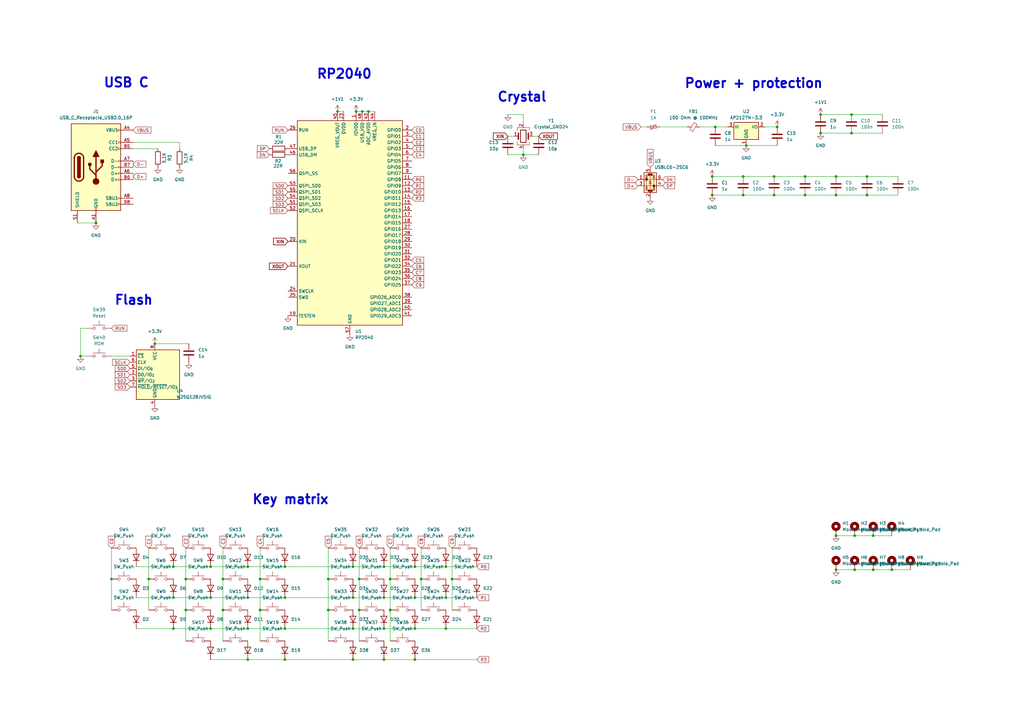
<source format=kicad_sch>
(kicad_sch (version 20250114) (generator "eeschema") (generator_version "9.0")
  (paper "A3")
  (text "Key matrix" (at 119.126 204.978 0) (effects (font (size 3.81 3.81) (thickness 0.762) (bold yes))))
  (text "Power + protection" (at 309.118 34.29 0) (effects (font (size 3.81 3.81) (thickness 0.762) (bold yes))))
  (text "RP2040" (at 141.224 30.48 0) (effects (font (size 3.81 3.81) (thickness 0.762) (bold yes))))
  (text "USB C" (at 51.816 34.036 0) (effects (font (size 3.81 3.81) (thickness 0.762) (bold yes))))
  (text "Flash" (at 54.864 123.19 0) (effects (font (size 3.81 3.81) (thickness 0.762) (bold yes))))
  (text "Crystal" (at 214.122 39.878 0) (effects (font (size 3.81 3.81) (thickness 0.762) (bold yes))))
  (junction (at 76.2 237.49))
  (junction (at 101.6 270.51))
  (junction (at 170.18 270.51))
  (junction (at 182.88 232.41))
  (junction (at 292.1 72.39))
  (junction (at 134.62 250.19))
  (junction (at 106.68 237.49))
  (junction (at 144.78 270.51))
  (junction (at 147.32 250.19))
  (junction (at 342.9 72.39))
  (junction (at 160.02 250.19))
  (junction (at 355.6 80.01))
  (junction (at 147.32 237.49))
  (junction (at 91.44 237.49))
  (junction (at 185.42 237.49))
  (junction (at 330.2 80.01))
  (junction (at 317.5 80.01))
  (junction (at 336.55 54.61))
  (junction (at 71.12 245.11))
  (junction (at 182.88 257.81))
  (junction (at 71.12 232.41))
  (junction (at 349.25 54.61))
  (junction (at 91.44 250.19))
  (junction (at 182.88 245.11))
  (junction (at 365.76 233.68))
  (junction (at 342.9 219.71))
  (junction (at 349.25 46.99))
  (junction (at 63.5 140.97))
  (junction (at 170.18 257.81))
  (junction (at 306.07 59.69))
  (junction (at 116.84 257.81))
  (junction (at 336.55 46.99))
  (junction (at 148.59 45.72))
  (junction (at 144.78 232.41))
  (junction (at 350.52 219.71))
  (junction (at 157.48 270.51))
  (junction (at 138.43 45.72))
  (junction (at 170.18 245.11))
  (junction (at 350.52 233.68))
  (junction (at 71.12 257.81))
  (junction (at 304.8 72.39))
  (junction (at 318.77 52.07))
  (junction (at 101.6 232.41))
  (junction (at 157.48 232.41))
  (junction (at 146.05 45.72))
  (junction (at 134.62 237.49))
  (junction (at 358.14 233.68))
  (junction (at 330.2 72.39))
  (junction (at 157.48 257.81))
  (junction (at 358.14 219.71))
  (junction (at 144.78 257.81))
  (junction (at 60.96 237.49))
  (junction (at 116.84 270.51))
  (junction (at 172.72 237.49))
  (junction (at 86.36 257.81))
  (junction (at 342.9 80.01))
  (junction (at 293.37 52.07))
  (junction (at 101.6 245.11))
  (junction (at 355.6 72.39))
  (junction (at 160.02 237.49))
  (junction (at 116.84 232.41))
  (junction (at 157.48 245.11))
  (junction (at 106.68 250.19))
  (junction (at 214.63 63.5))
  (junction (at 39.37 91.44))
  (junction (at 45.72 237.49))
  (junction (at 33.02 146.05))
  (junction (at 292.1 80.01))
  (junction (at 86.36 232.41))
  (junction (at 101.6 257.81))
  (junction (at 144.78 245.11))
  (junction (at 170.18 232.41))
  (junction (at 151.13 45.72))
  (junction (at 342.9 233.68))
  (junction (at 86.36 245.11))
  (junction (at 116.84 245.11))
  (junction (at 76.2 250.19))
  (junction (at 317.5 72.39))
  (junction (at 304.8 80.01))
  (wire (pts (xy 265.43 52.07) (xy 262.89 52.07)))
  (wire (pts (xy 182.88 245.11) (xy 195.58 245.11)))
  (wire (pts (xy 76.2 237.49) (xy 76.2 250.19)))
  (wire (pts (xy 144.78 232.41) (xy 157.48 232.41)))
  (wire (pts (xy 91.44 237.49) (xy 91.44 250.19)))
  (wire (pts (xy 342.9 219.71) (xy 350.52 219.71)))
  (wire (pts (xy 116.84 245.11) (xy 144.78 245.11)))
  (wire (pts (xy 336.55 46.99) (xy 349.25 46.99)))
  (wire (pts (xy 270.51 52.07) (xy 281.94 52.07)))
  (wire (pts (xy 148.59 45.72) (xy 151.13 45.72)))
  (wire (pts (xy 214.63 63.5) (xy 220.98 63.5)))
  (wire (pts (xy 350.52 233.68) (xy 358.14 233.68)))
  (wire (pts (xy 292.1 80.01) (xy 304.8 80.01)))
  (wire (pts (xy 76.2 224.79) (xy 76.2 237.49)))
  (wire (pts (xy 350.52 219.71) (xy 358.14 219.71)))
  (wire (pts (xy 304.8 80.01) (xy 317.5 80.01)))
  (wire (pts (xy 86.36 245.11) (xy 101.6 245.11)))
  (wire (pts (xy 55.88 245.11) (xy 71.12 245.11)))
  (wire (pts (xy 214.63 46.99) (xy 214.63 50.8)))
  (wire (pts (xy 134.62 224.79) (xy 134.62 237.49)))
  (wire (pts (xy 116.84 270.51) (xy 144.78 270.51)))
  (wire (pts (xy 172.72 237.49) (xy 172.72 250.19)))
  (wire (pts (xy 76.2 250.19) (xy 76.2 262.89)))
  (wire (pts (xy 91.44 224.79) (xy 91.44 237.49)))
  (wire (pts (xy 214.63 60.96) (xy 214.63 63.5)))
  (wire (pts (xy 293.37 52.07) (xy 298.45 52.07)))
  (wire (pts (xy 342.9 233.68) (xy 350.52 233.68)))
  (wire (pts (xy 101.6 257.81) (xy 116.84 257.81)))
  (wire (pts (xy 106.68 237.49) (xy 106.68 250.19)))
  (wire (pts (xy 147.32 250.19) (xy 147.32 262.89)))
  (wire (pts (xy 208.28 55.88) (xy 210.82 55.88)))
  (wire (pts (xy 293.37 59.69) (xy 306.07 59.69)))
  (wire (pts (xy 144.78 245.11) (xy 157.48 245.11)))
  (wire (pts (xy 151.13 45.72) (xy 153.67 45.72)))
  (wire (pts (xy 73.66 58.42) (xy 73.66 60.96)))
  (wire (pts (xy 330.2 80.01) (xy 342.9 80.01)))
  (wire (pts (xy 144.78 270.51) (xy 157.48 270.51)))
  (wire (pts (xy 86.36 257.81) (xy 101.6 257.81)))
  (wire (pts (xy 355.6 80.01) (xy 368.3 80.01)))
  (wire (pts (xy 317.5 72.39) (xy 330.2 72.39)))
  (wire (pts (xy 134.62 250.19) (xy 134.62 262.89)))
  (wire (pts (xy 45.72 146.05) (xy 53.34 146.05)))
  (wire (pts (xy 63.5 140.97) (xy 77.47 140.97)))
  (wire (pts (xy 146.05 45.72) (xy 148.59 45.72)))
  (wire (pts (xy 106.68 250.19) (xy 106.68 262.89)))
  (wire (pts (xy 55.88 232.41) (xy 71.12 232.41)))
  (wire (pts (xy 349.25 54.61) (xy 361.95 54.61)))
  (wire (pts (xy 304.8 72.39) (xy 317.5 72.39)))
  (wire (pts (xy 157.48 257.81) (xy 170.18 257.81)))
  (wire (pts (xy 71.12 245.11) (xy 86.36 245.11)))
  (wire (pts (xy 160.02 224.79) (xy 160.02 237.49)))
  (wire (pts (xy 355.6 72.39) (xy 368.3 72.39)))
  (wire (pts (xy 306.07 59.69) (xy 318.77 59.69)))
  (wire (pts (xy 208.28 63.5) (xy 214.63 63.5)))
  (wire (pts (xy 147.32 224.79) (xy 147.32 237.49)))
  (wire (pts (xy 91.44 250.19) (xy 91.44 262.89)))
  (wire (pts (xy 172.72 224.79) (xy 172.72 237.49)))
  (wire (pts (xy 54.61 60.96) (xy 64.77 60.96)))
  (wire (pts (xy 33.02 146.05) (xy 35.56 146.05)))
  (wire (pts (xy 101.6 245.11) (xy 116.84 245.11)))
  (wire (pts (xy 147.32 237.49) (xy 147.32 250.19)))
  (wire (pts (xy 101.6 270.51) (xy 116.84 270.51)))
  (wire (pts (xy 358.14 219.71) (xy 365.76 219.71)))
  (wire (pts (xy 208.28 46.99) (xy 214.63 46.99)))
  (wire (pts (xy 35.56 134.62) (xy 33.02 134.62)))
  (wire (pts (xy 287.02 52.07) (xy 293.37 52.07)))
  (wire (pts (xy 313.69 52.07) (xy 318.77 52.07)))
  (wire (pts (xy 54.61 58.42) (xy 73.66 58.42)))
  (wire (pts (xy 60.96 224.79) (xy 60.96 237.49)))
  (wire (pts (xy 45.72 224.79) (xy 45.72 237.49)))
  (wire (pts (xy 182.88 257.81) (xy 195.58 257.81)))
  (wire (pts (xy 170.18 270.51) (xy 195.58 270.51)))
  (wire (pts (xy 342.9 80.01) (xy 355.6 80.01)))
  (wire (pts (xy 60.96 237.49) (xy 60.96 250.19)))
  (wire (pts (xy 336.55 54.61) (xy 349.25 54.61)))
  (wire (pts (xy 182.88 232.41) (xy 195.58 232.41)))
  (wire (pts (xy 185.42 237.49) (xy 185.42 250.19)))
  (wire (pts (xy 33.02 134.62) (xy 33.02 146.05)))
  (wire (pts (xy 349.25 46.99) (xy 361.95 46.99)))
  (wire (pts (xy 218.44 55.88) (xy 220.98 55.88)))
  (wire (pts (xy 71.12 257.81) (xy 86.36 257.81)))
  (wire (pts (xy 54.61 71.12) (xy 54.61 73.66)))
  (wire (pts (xy 71.12 232.41) (xy 86.36 232.41)))
  (wire (pts (xy 185.42 224.79) (xy 185.42 237.49)))
  (wire (pts (xy 170.18 232.41) (xy 182.88 232.41)))
  (wire (pts (xy 160.02 237.49) (xy 160.02 250.19)))
  (wire (pts (xy 160.02 250.19) (xy 160.02 262.89)))
  (wire (pts (xy 138.43 45.72) (xy 140.97 45.72)))
  (wire (pts (xy 106.68 224.79) (xy 106.68 237.49)))
  (wire (pts (xy 358.14 233.68) (xy 365.76 233.68)))
  (wire (pts (xy 45.72 237.49) (xy 45.72 250.19)))
  (wire (pts (xy 292.1 72.39) (xy 304.8 72.39)))
  (wire (pts (xy 101.6 232.41) (xy 116.84 232.41)))
  (wire (pts (xy 157.48 232.41) (xy 170.18 232.41)))
  (wire (pts (xy 157.48 270.51) (xy 170.18 270.51)))
  (wire (pts (xy 330.2 72.39) (xy 342.9 72.39)))
  (wire (pts (xy 365.76 233.68) (xy 373.38 233.68)))
  (wire (pts (xy 157.48 245.11) (xy 170.18 245.11)))
  (wire (pts (xy 116.84 257.81) (xy 144.78 257.81)))
  (wire (pts (xy 86.36 232.41) (xy 101.6 232.41)))
  (wire (pts (xy 55.88 257.81) (xy 71.12 257.81)))
  (wire (pts (xy 317.5 80.01) (xy 330.2 80.01)))
  (wire (pts (xy 31.75 91.44) (xy 39.37 91.44)))
  (wire (pts (xy 134.62 237.49) (xy 134.62 250.19)))
  (wire (pts (xy 86.36 270.51) (xy 101.6 270.51)))
  (wire (pts (xy 342.9 72.39) (xy 355.6 72.39)))
  (wire (pts (xy 54.61 66.04) (xy 54.61 68.58)))
  (wire (pts (xy 170.18 245.11) (xy 182.88 245.11)))
  (wire (pts (xy 116.84 232.41) (xy 144.78 232.41)))
  (wire (pts (xy 170.18 257.81) (xy 182.88 257.81)))
  (wire (pts (xy 144.78 257.81) (xy 157.48 257.81)))
  (global_label "D+" (shape input) (at 261.62 76.2 180) (property "Intersheetrefs" "${INTERSHEET_REFS}" (effects (hide yes))))
  (global_label "C3" (shape input) (at 168.91 60.96 0) (property "Intersheetrefs" "${INTERSHEET_REFS}" (effects (hide yes))))
  (global_label "D+" (shape input) (at 54.61 72.39 0) (property "Intersheetrefs" "${INTERSHEET_REFS}" (effects (hide yes))))
  (global_label "VBUS" (shape input) (at 262.89 52.07 180) (property "Intersheetrefs" "${INTERSHEET_REFS}" (effects (hide yes))))
  (global_label "RUN" (shape input) (at 45.72 134.62 0) (property "Intersheetrefs" "${INTERSHEET_REFS}" (effects (hide yes))))
  (global_label "C1" (shape input) (at 60.96 224.79 90) (property "Intersheetrefs" "${INTERSHEET_REFS}" (effects (hide yes))))
  (global_label "C2" (shape input) (at 76.2 224.79 90) (property "Intersheetrefs" "${INTERSHEET_REFS}" (effects (hide yes))))
  (global_label "C0" (shape input) (at 45.72 224.79 90) (property "Intersheetrefs" "${INTERSHEET_REFS}" (effects (hide yes))))
  (global_label "C4" (shape input) (at 168.91 63.5 0) (property "Intersheetrefs" "${INTERSHEET_REFS}" (effects (hide yes))))
  (global_label "C5" (shape input) (at 134.62 224.79 90) (property "Intersheetrefs" "${INTERSHEET_REFS}" (effects (hide yes))))
  (global_label "R3" (shape input) (at 168.91 81.28 0) (property "Intersheetrefs" "${INTERSHEET_REFS}" (effects (hide yes))))
  (global_label "RUN" (shape input) (at 118.11 53.34 180) (property "Intersheetrefs" "${INTERSHEET_REFS}" (effects (hide yes))))
  (global_label "DN" (shape input) (at 271.78 73.66 0) (property "Intersheetrefs" "${INTERSHEET_REFS}" (effects (hide yes))))
  (global_label "C2" (shape input) (at 168.91 58.42 0) (property "Intersheetrefs" "${INTERSHEET_REFS}" (effects (hide yes))))
  (global_label "C6" (shape input) (at 168.91 109.22 0) (property "Intersheetrefs" "${INTERSHEET_REFS}" (effects (hide yes))))
  (global_label "C9" (shape input) (at 185.42 224.79 90) (property "Intersheetrefs" "${INTERSHEET_REFS}" (effects (hide yes))))
  (global_label "C0" (shape input) (at 168.91 53.34 0) (property "Intersheetrefs" "${INTERSHEET_REFS}" (effects (hide yes))))
  (global_label "R2" (shape input) (at 195.58 257.81 0) (property "Intersheetrefs" "${INTERSHEET_REFS}" (effects (hide yes))))
  (global_label "C7" (shape input) (at 160.02 224.79 90) (property "Intersheetrefs" "${INTERSHEET_REFS}" (effects (hide yes))))
  (global_label "DN" (shape input) (at 110.49 63.5 180) (property "Intersheetrefs" "${INTERSHEET_REFS}" (effects (hide yes))))
  (global_label "C3" (shape input) (at 91.44 224.79 90) (property "Intersheetrefs" "${INTERSHEET_REFS}" (effects (hide yes))))
  (global_label "C4" (shape input) (at 106.68 224.79 90) (property "Intersheetrefs" "${INTERSHEET_REFS}" (effects (hide yes))))
  (global_label "D-" (shape input) (at 261.62 73.66 180) (property "Intersheetrefs" "${INTERSHEET_REFS}" (effects (hide yes))))
  (global_label "SCLK" (shape input) (at 118.11 86.36 180) (property "Intersheetrefs" "${INTERSHEET_REFS}" (effects (hide yes))))
  (global_label "VBUS" (shape input) (at 54.61 53.34 0) (property "Intersheetrefs" "${INTERSHEET_REFS}" (effects (hide yes))))
  (global_label "SD0" (shape input) (at 118.11 76.2 180) (property "Intersheetrefs" "${INTERSHEET_REFS}" (effects (hide yes))))
  (global_label "C8" (shape input) (at 168.91 114.3 0) (property "Intersheetrefs" "${INTERSHEET_REFS}" (effects (hide yes))))
  (global_label "C7" (shape input) (at 168.91 111.76 0) (property "Intersheetrefs" "${INTERSHEET_REFS}" (effects (hide yes))))
  (global_label "SD1" (shape input) (at 118.11 78.74 180) (property "Intersheetrefs" "${INTERSHEET_REFS}" (effects (hide yes))))
  (global_label "R0" (shape input) (at 168.91 73.66 0) (property "Intersheetrefs" "${INTERSHEET_REFS}" (effects (hide yes))))
  (global_label "C6" (shape input) (at 147.32 224.79 90) (property "Intersheetrefs" "${INTERSHEET_REFS}" (effects (hide yes))))
  (global_label "SD3" (shape input) (at 53.34 158.75 180) (property "Intersheetrefs" "${INTERSHEET_REFS}" (effects (hide yes))))
  (global_label "R1" (shape input) (at 168.91 76.2 0) (property "Intersheetrefs" "${INTERSHEET_REFS}" (effects (hide yes))))
  (global_label "C8" (shape input) (at 172.72 224.79 90) (property "Intersheetrefs" "${INTERSHEET_REFS}" (effects (hide yes))))
  (global_label "DP" (shape input) (at 271.78 76.2 0) (property "Intersheetrefs" "${INTERSHEET_REFS}" (effects (hide yes))))
  (global_label "SD2" (shape input) (at 53.34 156.21 180) (property "Intersheetrefs" "${INTERSHEET_REFS}" (effects (hide yes))))
  (global_label "C5" (shape input) (at 168.91 106.68 0) (property "Intersheetrefs" "${INTERSHEET_REFS}" (effects (hide yes))))
  (global_label "C1" (shape input) (at 168.91 55.88 0) (property "Intersheetrefs" "${INTERSHEET_REFS}" (effects (hide yes))))
  (global_label "VBUS" (shape input) (at 266.7 68.58 90) (property "Intersheetrefs" "${INTERSHEET_REFS}" (effects (hide yes))))
  (global_label "SD0" (shape input) (at 53.34 151.13 180) (property "Intersheetrefs" "${INTERSHEET_REFS}" (effects (hide yes))))
  (global_label "D-" (shape input) (at 54.61 67.31 0) (property "Intersheetrefs" "${INTERSHEET_REFS}" (effects (hide yes))))
  (global_label "R0" (shape input) (at 195.58 232.41 0) (property "Intersheetrefs" "${INTERSHEET_REFS}" (effects (hide yes))))
  (global_label "SCLK" (shape input) (at 53.34 148.59 180) (property "Intersheetrefs" "${INTERSHEET_REFS}" (effects (hide yes))))
  (global_label "XOUT" (shape input) (at 220.98 55.88 0) (effects (font (thickness 0.254) (bold yes))) (property "Intersheetrefs" "${INTERSHEET_REFS}" (effects (hide yes))))
  (global_label "R2" (shape input) (at 168.91 78.74 0) (property "Intersheetrefs" "${INTERSHEET_REFS}" (effects (hide yes))))
  (global_label "XIN" (shape input) (at 118.11 99.06 180) (effects (font (thickness 0.254) (bold yes))) (property "Intersheetrefs" "${INTERSHEET_REFS}" (effects (hide yes))))
  (global_label "XOUT" (shape input) (at 118.11 109.22 180) (effects (font (thickness 0.254) (bold yes))) (property "Intersheetrefs" "${INTERSHEET_REFS}" (effects (hide yes))))
  (global_label "C9" (shape input) (at 168.91 116.84 0) (property "Intersheetrefs" "${INTERSHEET_REFS}" (effects (hide yes))))
  (global_label "R1" (shape input) (at 195.58 245.11 0) (property "Intersheetrefs" "${INTERSHEET_REFS}" (effects (hide yes))))
  (global_label "DP" (shape input) (at 110.49 60.96 180) (property "Intersheetrefs" "${INTERSHEET_REFS}" (effects (hide yes))))
  (global_label "XIN" (shape input) (at 208.28 55.88 180) (effects (font (thickness 0.254) (bold yes))) (property "Intersheetrefs" "${INTERSHEET_REFS}" (effects (hide yes))))
  (global_label "SD2" (shape input) (at 118.11 81.28 180) (property "Intersheetrefs" "${INTERSHEET_REFS}" (effects (hide yes))))
  (global_label "SD1" (shape input) (at 53.34 153.67 180) (property "Intersheetrefs" "${INTERSHEET_REFS}" (effects (hide yes))))
  (global_label "R3" (shape input) (at 195.58 270.51 0) (property "Intersheetrefs" "${INTERSHEET_REFS}" (effects (hide yes))))
  (global_label "SD3" (shape input) (at 118.11 83.82 180) (property "Intersheetrefs" "${INTERSHEET_REFS}" (effects (hide yes))))
  (symbol (lib_id "power:+1V1") (at 138.43 45.72 0) (unit 1)
    (property "Reference" "#PWR03" (effects (hide yes)))
    (property "Value" "+1V1" (at 138.43 40.64 0))
    (property "Description" "Power symbol creates a global label with name \"+1V1\"" (effects (hide yes)))
  )
  (symbol (lib_id "Switch:SW_Push") (at 50.8 250.19 0) (unit 1)
    (property "Reference" "SW2" (at 50.8 242.57 0))
    (property "Value" "SW_Push" (at 50.8 245.11 0))
    (property "Description" "Push button switch, generic, two pins" (effects (hide yes)))
  )
  (symbol (lib_id "Switch:SW_Push") (at 111.76 262.89 0) (unit 1)
    (property "Reference" "SW19" (at 111.76 255.27 0))
    (property "Value" "SW_Push" (at 111.76 257.81 0))
    (property "Description" "Push button switch, generic, two pins" (effects (hide yes)))
  )
  (symbol (lib_id "Switch:SW_Push") (at 152.4 262.89 0) (unit 1)
    (property "Reference" "SW37" (at 152.4 255.27 0))
    (property "Value" "SW_Push" (at 152.4 257.81 0))
    (property "Description" "Push button switch, generic, two pins" (effects (hide yes)))
  )
  (symbol (lib_id "Device:C") (at 292.1 76.2 0) (unit 1)
    (property "Reference" "C1" (at 295.91 74.9299 0) (effects (justify left)))
    (property "Value" "1u" (at 295.91 77.4699 0) (effects (justify left)))
    (property "Footprint" "Capacitor_SMD:C_0603_1608Metric" (effects (hide yes)))
    (property "Description" "Unpolarized capacitor" (effects (hide yes)))
    (property "LCSC" "C1592" (effects (hide yes)))
  )
  (symbol (lib_id "Diode:LL4148") (at 86.36 241.3 90) (unit 1)
    (property "Reference" "D9" (at 88.9 241.2999 90) (effects (justify right)))
    (property "Value" "D_Small_Filled" (effects (hide yes)))
    (property "Footprint" "Diode_SMD:D_MiniMELF" (effects (hide yes)))
    (property "Datasheet" "http://www.vishay.com/docs/85557/ll4148.pdf" (effects (hide yes)))
    (property "Description" "100V 0.15A standard switching diode, MiniMELF" (effects (hide yes)))
    (property "Sim.Device" "D" (effects (hide yes)))
    (property "Sim.Pins" "1=K 2=A" (effects (hide yes)))
    (property "LCSC" "C68883" (effects (hide yes)))
  )
  (symbol (lib_id "Device:C") (at 361.95 50.8 0) (unit 1)
    (property "Reference" "C11" (at 365.76 49.5299 0) (effects (justify left)))
    (property "Value" "100n" (at 365.76 52.0699 0) (effects (justify left)))
    (property "Footprint" "Capacitor_SMD:C_0603_1608Metric" (effects (hide yes)))
    (property "Description" "Unpolarized capacitor" (effects (hide yes)))
    (property "LCSC" "C1590" (effects (hide yes)))
  )
  (symbol (lib_id "Switch:SW_Push") (at 40.64 134.62 0) (unit 1)
    (property "Reference" "SW39" (at 40.64 127 0))
    (property "Value" "Reset" (at 40.64 129.54 0))
    (property "Footprint" "Button_Switch_SMD:SW_SPST_TL3342" (effects (hide yes)))
    (property "Description" "Push button switch, generic, two pins" (effects (hide yes)))
  )
  (symbol (lib_id "Diode:LL4148") (at 170.18 254 90) (unit 1)
    (property "Reference" "D27" (at 172.72 253.9999 90) (effects (justify right)))
    (property "Value" "D_Small_Filled" (effects (hide yes)))
    (property "Footprint" "Diode_SMD:D_MiniMELF" (effects (hide yes)))
    (property "Datasheet" "http://www.vishay.com/docs/85557/ll4148.pdf" (effects (hide yes)))
    (property "Description" "100V 0.15A standard switching diode, MiniMELF" (effects (hide yes)))
    (property "Sim.Device" "D" (effects (hide yes)))
    (property "Sim.Pins" "1=K 2=A" (effects (hide yes)))
    (property "LCSC" "C68883" (effects (hide yes)))
  )
  (symbol (lib_id "power:GND") (at 342.9 219.71 0) (unit 1)
    (property "Reference" "#PWR021" (effects (hide yes)))
    (property "Value" "GND" (at 342.9 224.79 0))
    (property "Description" "Power symbol creates a global label with name \"GND\" , ground" (effects (hide yes)))
  )
  (symbol (lib_id "power:GND") (at 342.9 233.68 0) (unit 1)
    (property "Reference" "#PWR022" (effects (hide yes)))
    (property "Value" "GND" (at 342.9 238.76 0))
    (property "Description" "Power symbol creates a global label with name \"GND\" , ground" (effects (hide yes)))
  )
  (symbol (lib_id "Device:C") (at 220.98 59.69 0) (unit 1)
    (property "Reference" "C12" (at 224.79 58.4199 0) (effects (justify left)))
    (property "Value" "10p" (at 224.79 60.9599 0) (effects (justify left)))
    (property "Footprint" "Capacitor_SMD:C_0603_1608Metric" (effects (hide yes)))
    (property "Description" "Unpolarized capacitor" (effects (hide yes)))
    (property "LCSC" "C1634" (effects (hide yes)))
  )
  (symbol (lib_id "power:GND") (at 292.1 80.01 0) (unit 1)
    (property "Reference" "#PWR012" (effects (hide yes)))
    (property "Value" "GND" (at 292.1 85.09 0))
    (property "Description" "Power symbol creates a global label with name \"GND\" , ground" (effects (hide yes)))
  )
  (symbol (lib_id "Switch:SW_Push") (at 190.5 224.79 0) (unit 1)
    (property "Reference" "SW23" (at 190.5 217.17 0))
    (property "Value" "SW_Push" (at 190.5 219.71 0))
    (property "Description" "Push button switch, generic, two pins" (effects (hide yes)))
  )
  (symbol (lib_id "Device:C") (at 318.77 55.88 0) (unit 1)
    (property "Reference" "C15" (at 322.58 54.6099 0) (effects (justify left)))
    (property "Value" "1u" (at 322.58 57.1499 0) (effects (justify left)))
    (property "Footprint" "Capacitor_SMD:C_0603_1608Metric" (effects (hide yes)))
    (property "Description" "Unpolarized capacitor" (effects (hide yes)))
    (property "LCSC" "C1592" (effects (hide yes)))
  )
  (symbol (lib_id "Switch:SW_Push") (at 96.52 262.89 0) (unit 1)
    (property "Reference" "SW18" (at 96.52 255.27 0))
    (property "Value" "SW_Push" (at 96.52 257.81 0))
    (property "Description" "Push button switch, generic, two pins" (effects (hide yes)))
  )
  (symbol (lib_id "power:GND") (at 33.02 146.05 0) (unit 1)
    (property "Reference" "#PWR020" (effects (hide yes)))
    (property "Value" "GND" (at 33.02 151.13 0))
    (property "Description" "Power symbol creates a global label with name \"GND\" , ground" (effects (hide yes)))
  )
  (symbol (lib_id "power:+3.3V") (at 318.77 52.07 0) (unit 1)
    (property "Reference" "#PWR010" (effects (hide yes)))
    (property "Value" "+3.3V" (at 318.77 46.99 0))
    (property "Description" "Power symbol creates a global label with name \"+3.3V\"" (effects (hide yes)))
  )
  (symbol (lib_id "Memory_Flash:W25Q128JVS") (at 63.5 153.67 0) (unit 1)
    (property "Reference" "U4" (at 72.39 160.274 0) (effects (justify left)))
    (property "Value" "W25Q128JVSIQ" (at 72.39 162.814 0) (effects (justify left)))
    (property "Footprint" "Package_SO:SOIC-8_5.3x5.3mm_P1.27mm" (effects (hide yes)))
    (property "Datasheet" "https://www.winbond.com/resource-files/w25q128jv_dtr%20revc%2003272018%20plus.pdf" (effects (hide yes)))
    (property "Description" "128Mbit / 16MiB Serial Flash Memory, Standard/Dual/Quad SPI, 2.7-3.6V, SOIC-8" (effects (hide yes)))
    (property "LCSC" "C97521" (effects (hide yes)))
  )
  (symbol (lib_id "Switch:SW_Push") (at 81.28 224.79 0) (unit 1)
    (property "Reference" "SW10" (at 81.28 217.17 0))
    (property "Value" "SW_Push" (at 81.28 219.71 0))
    (property "Description" "Push button switch, generic, two pins" (effects (hide yes)))
  )
  (symbol (lib_id "Diode:LL4148") (at 71.12 228.6 90) (unit 1)
    (property "Reference" "D7" (at 73.66 228.5999 90) (effects (justify right)))
    (property "Value" "D_Small_Filled" (effects (hide yes)))
    (property "Footprint" "Diode_SMD:D_MiniMELF" (effects (hide yes)))
    (property "Datasheet" "http://www.vishay.com/docs/85557/ll4148.pdf" (effects (hide yes)))
    (property "Description" "100V 0.15A standard switching diode, MiniMELF" (effects (hide yes)))
    (property "Sim.Device" "D" (effects (hide yes)))
    (property "Sim.Pins" "1=K 2=A" (effects (hide yes)))
    (property "LCSC" "C68883" (effects (hide yes)))
  )
  (symbol (lib_id "power:GND") (at 336.55 54.61 0) (unit 1)
    (property "Reference" "#PWR013" (effects (hide yes)))
    (property "Value" "GND" (at 336.55 59.69 0))
    (property "Description" "Power symbol creates a global label with name \"GND\" , ground" (effects (hide yes)))
  )
  (symbol (lib_id "power:GND") (at 39.37 91.44 0) (unit 1)
    (property "Reference" "#PWR01" (effects (hide yes)))
    (property "Value" "GND" (at 39.37 96.52 0))
    (property "Description" "Power symbol creates a global label with name \"GND\" , ground" (effects (hide yes)))
  )
  (symbol (lib_id "power:GND") (at 143.51 137.16 0) (unit 1)
    (property "Reference" "#PWR02" (effects (hide yes)))
    (property "Value" "GND" (at 143.51 142.24 0))
    (property "Description" "Power symbol creates a global label with name \"GND\" , ground" (effects (hide yes)))
  )
  (symbol (lib_id "Diode:LL4148") (at 101.6 241.3 90) (unit 1)
    (property "Reference" "D12" (at 104.14 241.2999 90) (effects (justify right)))
    (property "Value" "D_Small_Filled" (effects (hide yes)))
    (property "Footprint" "Diode_SMD:D_MiniMELF" (effects (hide yes)))
    (property "Datasheet" "http://www.vishay.com/docs/85557/ll4148.pdf" (effects (hide yes)))
    (property "Description" "100V 0.15A standard switching diode, MiniMELF" (effects (hide yes)))
    (property "Sim.Device" "D" (effects (hide yes)))
    (property "Sim.Pins" "1=K 2=A" (effects (hide yes)))
    (property "LCSC" "C68883" (effects (hide yes)))
  )
  (symbol (lib_id "Diode:LL4148") (at 195.58 241.3 90) (unit 1)
    (property "Reference" "D22" (at 198.12 241.2999 90) (effects (justify right)))
    (property "Value" "D_Small_Filled" (effects (hide yes)))
    (property "Footprint" "Diode_SMD:D_MiniMELF" (effects (hide yes)))
    (property "Datasheet" "http://www.vishay.com/docs/85557/ll4148.pdf" (effects (hide yes)))
    (property "Description" "100V 0.15A standard switching diode, MiniMELF" (effects (hide yes)))
    (property "Sim.Device" "D" (effects (hide yes)))
    (property "Sim.Pins" "1=K 2=A" (effects (hide yes)))
    (property "LCSC" "C68883" (effects (hide yes)))
  )
  (symbol (lib_id "power:GND") (at 63.5 166.37 0) (unit 1)
    (property "Reference" "#PWR018" (effects (hide yes)))
    (property "Value" "GND" (at 63.5 171.45 0))
    (property "Description" "Power symbol creates a global label with name \"GND\" , ground" (effects (hide yes)))
  )
  (symbol (lib_id "power:GND") (at 64.77 68.58 0) (unit 1)
    (property "Reference" "#PWR06" (effects (hide yes)))
    (property "Value" "GND" (at 64.77 73.66 0))
    (property "Description" "Power symbol creates a global label with name \"GND\" , ground" (effects (hide yes)))
  )
  (symbol (lib_id "Diode:LL4148") (at 86.36 228.6 90) (unit 1)
    (property "Reference" "D10" (at 88.9 228.5999 90) (effects (justify right)))
    (property "Value" "D_Small_Filled" (effects (hide yes)))
    (property "Footprint" "Diode_SMD:D_MiniMELF" (effects (hide yes)))
    (property "Datasheet" "http://www.vishay.com/docs/85557/ll4148.pdf" (effects (hide yes)))
    (property "Description" "100V 0.15A standard switching diode, MiniMELF" (effects (hide yes)))
    (property "Sim.Device" "D" (effects (hide yes)))
    (property "Sim.Pins" "1=K 2=A" (effects (hide yes)))
    (property "LCSC" "C68883" (effects (hide yes)))
  )
  (symbol (lib_id "Diode:LL4148") (at 144.78 228.6 90) (unit 1)
    (property "Reference" "D35" (at 147.32 228.5999 90) (effects (justify right)))
    (property "Value" "D_Small_Filled" (effects (hide yes)))
    (property "Footprint" "Diode_SMD:D_MiniMELF" (effects (hide yes)))
    (property "Datasheet" "http://www.vishay.com/docs/85557/ll4148.pdf" (effects (hide yes)))
    (property "Description" "100V 0.15A standard switching diode, MiniMELF" (effects (hide yes)))
    (property "Sim.Device" "D" (effects (hide yes)))
    (property "Sim.Pins" "1=K 2=A" (effects (hide yes)))
    (property "LCSC" "C68883" (effects (hide yes)))
  )
  (symbol (lib_id "Switch:SW_Push") (at 81.28 237.49 0) (unit 1)
    (property "Reference" "SW9" (at 81.28 229.87 0))
    (property "Value" "SW_Push" (at 81.28 232.41 0))
    (property "Description" "Push button switch, generic, two pins" (effects (hide yes)))
  )
  (symbol (lib_id "Mechanical:MountingHole_Pad") (at 373.38 231.14 0) (unit 1) (exclude_from_sim yes) (in_bom no)
    (property "Reference" "H9" (at 375.92 228.5999 0) (effects (justify left)))
    (property "Value" "MountingHole_Pad" (at 375.92 231.1399 0) (effects (justify left)))
    (property "Footprint" "MountingHole:MountingHole_3.2mm_M3" (effects (hide yes)))
    (property "Description" "Mounting Hole with connection" (effects (hide yes)))
  )
  (symbol (lib_id "Diode:LL4148") (at 55.88 228.6 90) (unit 1)
    (property "Reference" "D4" (at 58.42 228.5999 90) (effects (justify right)))
    (property "Value" "D_Small_Filled" (effects (hide yes)))
    (property "Footprint" "Diode_SMD:D_MiniMELF" (effects (hide yes)))
    (property "Datasheet" "http://www.vishay.com/docs/85557/ll4148.pdf" (effects (hide yes)))
    (property "Description" "100V 0.15A standard switching diode, MiniMELF" (effects (hide yes)))
    (property "Sim.Device" "D" (effects (hide yes)))
    (property "Sim.Pins" "1=K 2=A" (effects (hide yes)))
    (property "LCSC" "C68883" (effects (hide yes)))
  )
  (symbol (lib_id "Switch:SW_Push") (at 165.1 250.19 0) (unit 1)
    (property "Reference" "SW27" (at 165.1 242.57 0))
    (property "Value" "SW_Push" (at 165.1 245.11 0))
    (property "Description" "Push button switch, generic, two pins" (effects (hide yes)))
  )
  (symbol (lib_id "Switch:SW_Push") (at 177.8 237.49 0) (unit 1)
    (property "Reference" "SW25" (at 177.8 229.87 0))
    (property "Value" "SW_Push" (at 177.8 232.41 0))
    (property "Description" "Push button switch, generic, two pins" (effects (hide yes)))
  )
  (symbol (lib_id "Switch:SW_Push") (at 50.8 224.79 0) (unit 1)
    (property "Reference" "SW4" (at 50.8 217.17 0))
    (property "Value" "SW_Push" (at 50.8 219.71 0))
    (property "Description" "Push button switch, generic, two pins" (effects (hide yes)))
  )
  (symbol (lib_id "Device:C") (at 293.37 55.88 0) (unit 1)
    (property "Reference" "C8" (at 297.18 54.6099 0) (effects (justify left)))
    (property "Value" "1u" (at 297.18 57.1499 0) (effects (justify left)))
    (property "Footprint" "Capacitor_SMD:C_0603_1608Metric" (effects (hide yes)))
    (property "Description" "Unpolarized capacitor" (effects (hide yes)))
    (property "LCSC" "C1592" (effects (hide yes)))
  )
  (symbol (lib_id "Diode:LL4148") (at 71.12 254 90) (unit 1)
    (property "Reference" "D5" (at 73.66 253.9999 90) (effects (justify right)))
    (property "Value" "D_Small_Filled" (effects (hide yes)))
    (property "Footprint" "Diode_SMD:D_MiniMELF" (effects (hide yes)))
    (property "Datasheet" "http://www.vishay.com/docs/85557/ll4148.pdf" (effects (hide yes)))
    (property "Description" "100V 0.15A standard switching diode, MiniMELF" (effects (hide yes)))
    (property "Sim.Device" "D" (effects (hide yes)))
    (property "Sim.Pins" "1=K 2=A" (effects (hide yes)))
    (property "LCSC" "C68883" (effects (hide yes)))
  )
  (symbol (lib_id "Device:R") (at 114.3 60.96 90) (unit 1)
    (property "Reference" "R1" (at 114.3 56.134 90))
    (property "Value" "22R" (at 114.3 58.42 90))
    (property "Footprint" "Resistor_SMD:R_0603_1608Metric" (effects (hide yes)))
    (property "Description" "Resistor" (effects (hide yes)))
    (property "LCSC" "C23345" (effects (hide yes)))
  )
  (symbol (lib_id "Switch:SW_Push") (at 139.7 262.89 0) (unit 1)
    (property "Reference" "SW38" (at 139.7 255.27 0))
    (property "Value" "SW_Push" (at 139.7 257.81 0))
    (property "Description" "Push button switch, generic, two pins" (effects (hide yes)))
  )
  (symbol (lib_id "Device:R") (at 73.66 64.77 0) (unit 1)
    (property "Reference" "R4" (at 78.486 64.77 90))
    (property "Value" "5.1K" (at 76.2 64.77 90))
    (property "Footprint" "Resistor_SMD:R_0603_1608Metric" (effects (hide yes)))
    (property "Description" "Resistor" (effects (hide yes)))
    (property "LCSC" "C23186" (effects (hide yes)))
  )
  (symbol (lib_id "Switch:SW_Push") (at 81.28 250.19 0) (unit 1)
    (property "Reference" "SW8" (at 81.28 242.57 0))
    (property "Value" "SW_Push" (at 81.28 245.11 0))
    (property "Description" "Push button switch, generic, two pins" (effects (hide yes)))
  )
  (symbol (lib_id "Switch:SW_Push") (at 139.7 237.49 0) (unit 1)
    (property "Reference" "SW34" (at 139.7 229.87 0))
    (property "Value" "SW_Push" (at 139.7 232.41 0))
    (property "Description" "Push button switch, generic, two pins" (effects (hide yes)))
  )
  (symbol (lib_id "Device:FerriteBead_Small") (at 284.48 52.07 90) (unit 1)
    (property "Reference" "FB1" (at 284.4419 45.72 90))
    (property "Value" "100 Ohm @ 100MHz" (at 284.4419 48.26 90))
    (property "Footprint" "Resistor_SMD:R_0805_2012Metric" (effects (hide yes)))
    (property "Description" "Ferrite bead, small symbol" (effects (hide yes)))
    (property "LCSC" "C1015" (effects (hide yes)))
  )
  (symbol (lib_id "power:GND") (at 118.11 129.54 0) (unit 1)
    (property "Reference" "#PWR05" (effects (hide yes)))
    (property "Value" "GND" (at 118.11 134.62 0))
    (property "Description" "Power symbol creates a global label with name \"GND\" , ground" (effects (hide yes)))
  )
  (symbol (lib_id "power:+1V1") (at 336.55 46.99 0) (unit 1)
    (property "Reference" "#PWR014" (effects (hide yes)))
    (property "Value" "+1V1" (at 336.55 41.91 0))
    (property "Description" "Power symbol creates a global label with name \"+1V1\"" (effects (hide yes)))
  )
  (symbol (lib_id "Switch:SW_Push") (at 190.5 250.19 0) (unit 1)
    (property "Reference" "SW21" (at 190.5 242.57 0))
    (property "Value" "SW_Push" (at 190.5 245.11 0))
    (property "Description" "Push button switch, generic, two pins" (effects (hide yes)))
  )
  (symbol (lib_id "Device:C") (at 304.8 76.2 0) (unit 1)
    (property "Reference" "C2" (at 308.61 74.9299 0) (effects (justify left)))
    (property "Value" "100n" (at 308.61 77.4699 0) (effects (justify left)))
    (property "Footprint" "Capacitor_SMD:C_0603_1608Metric" (effects (hide yes)))
    (property "Description" "Unpolarized capacitor" (effects (hide yes)))
    (property "LCSC" "C1590" (effects (hide yes)))
  )
  (symbol (lib_id "Power_Protection:USBLC6-2SC6") (at 266.7 73.66 0) (unit 1)
    (property "Reference" "U3" (at 268.3511 66.04 0) (effects (justify left)))
    (property "Value" "USBLC6-2SC6" (at 268.3511 68.58 0) (effects (justify left)))
    (property "Footprint" "Package_TO_SOT_SMD:SOT-23-6" (effects (hide yes)))
    (property "Datasheet" "https://www.st.com/resource/en/datasheet/usblc6-2.pdf" (effects (hide yes)))
    (property "Description" "Very low capacitance ESD protection diode, 2 data-line, SOT-23-6" (effects (hide yes)))
    (property "LCSC" "C7519" (effects (hide yes)))
  )
  (symbol (lib_id "Switch:SW_Push") (at 96.52 224.79 0) (unit 1)
    (property "Reference" "SW13" (at 96.52 217.17 0))
    (property "Value" "SW_Push" (at 96.52 219.71 0))
    (property "Description" "Push button switch, generic, two pins" (effects (hide yes)))
  )
  (symbol (lib_id "Switch:SW_Push") (at 111.76 250.19 0) (unit 1)
    (property "Reference" "SW14" (at 111.76 242.57 0))
    (property "Value" "SW_Push" (at 111.76 245.11 0))
    (property "Description" "Push button switch, generic, two pins" (effects (hide yes)))
  )
  (symbol (lib_id "Switch:SW_Push") (at 177.8 250.19 0) (unit 1)
    (property "Reference" "SW24" (at 177.8 242.57 0))
    (property "Value" "SW_Push" (at 177.8 245.11 0))
    (property "Description" "Push button switch, generic, two pins" (effects (hide yes)))
  )
  (symbol (lib_id "Device:Polyfuse_Small") (at 267.97 52.07 90) (unit 1)
    (property "Reference" "F1" (at 267.97 45.72 90))
    (property "Value" "1A" (at 267.97 48.26 90))
    (property "Footprint" "Fuse:Fuse_0805_2012Metric" (effects (hide yes)))
    (property "Description" "Resettable fuse, polymeric positive temperature coefficient, small symbol" (effects (hide yes)))
    (property "LCSC" "C20980" (effects (hide yes)))
  )
  (symbol (lib_id "Diode:LL4148") (at 55.88 254 90) (unit 1)
    (property "Reference" "D2" (at 58.42 253.9999 90) (effects (justify right)))
    (property "Value" "D_Small_Filled" (effects (hide yes)))
    (property "Footprint" "Diode_SMD:D_MiniMELF" (effects (hide yes)))
    (property "Datasheet" "http://www.vishay.com/docs/85557/ll4148.pdf" (effects (hide yes)))
    (property "Description" "100V 0.15A standard switching diode, MiniMELF" (effects (hide yes)))
    (property "Sim.Device" "D" (effects (hide yes)))
    (property "Sim.Pins" "1=K 2=A" (effects (hide yes)))
    (property "LCSC" "C68883" (effects (hide yes)))
  )
  (symbol (lib_id "Mechanical:MountingHole_Pad") (at 358.14 231.14 0) (unit 1) (exclude_from_sim yes) (in_bom no)
    (property "Reference" "H7" (at 360.68 228.5999 0) (effects (justify left)))
    (property "Value" "MountingHole_Pad" (at 360.68 231.1399 0) (effects (justify left)))
    (property "Footprint" "MountingHole:MountingHole_3.2mm_M3" (effects (hide yes)))
    (property "Description" "Mounting Hole with connection" (effects (hide yes)))
  )
  (symbol (lib_id "Mechanical:MountingHole_Pad") (at 350.52 217.17 0) (unit 1) (exclude_from_sim yes) (in_bom no)
    (property "Reference" "H2" (at 353.06 214.6299 0) (effects (justify left)))
    (property "Value" "MountingHole_Pad" (at 353.06 217.1699 0) (effects (justify left)))
    (property "Footprint" "MountingHole:MountingHole_3.2mm_M3" (effects (hide yes)))
    (property "Description" "Mounting Hole with connection" (effects (hide yes)))
  )
  (symbol (lib_id "Device:C") (at 330.2 76.2 0) (unit 1)
    (property "Reference" "C4" (at 334.01 74.9299 0) (effects (justify left)))
    (property "Value" "100n" (at 334.01 77.4699 0) (effects (justify left)))
    (property "Footprint" "Capacitor_SMD:C_0603_1608Metric" (effects (hide yes)))
    (property "Description" "Unpolarized capacitor" (effects (hide yes)))
    (property "LCSC" "C1590" (effects (hide yes)))
  )
  (symbol (lib_id "Mechanical:MountingHole_Pad") (at 358.14 217.17 0) (unit 1) (exclude_from_sim yes) (in_bom no)
    (property "Reference" "H3" (at 360.68 214.6299 0) (effects (justify left)))
    (property "Value" "MountingHole_Pad" (at 360.68 217.1699 0) (effects (justify left)))
    (property "Footprint" "MountingHole:MountingHole_3.2mm_M3" (effects (hide yes)))
    (property "Description" "Mounting Hole with connection" (effects (hide yes)))
  )
  (symbol (lib_id "Diode:LL4148") (at 170.18 228.6 90) (unit 1)
    (property "Reference" "D29" (at 172.72 228.5999 90) (effects (justify right)))
    (property "Value" "D_Small_Filled" (effects (hide yes)))
    (property "Footprint" "Diode_SMD:D_MiniMELF" (effects (hide yes)))
    (property "Datasheet" "http://www.vishay.com/docs/85557/ll4148.pdf" (effects (hide yes)))
    (property "Description" "100V 0.15A standard switching diode, MiniMELF" (effects (hide yes)))
    (property "Sim.Device" "D" (effects (hide yes)))
    (property "Sim.Pins" "1=K 2=A" (effects (hide yes)))
    (property "LCSC" "C68883" (effects (hide yes)))
  )
  (symbol (lib_id "Switch:SW_Push") (at 66.04 224.79 0) (unit 1)
    (property "Reference" "SW7" (at 66.04 217.17 0))
    (property "Value" "SW_Push" (at 66.04 219.71 0))
    (property "Description" "Push button switch, generic, two pins" (effects (hide yes)))
  )
  (symbol (lib_id "Switch:SW_Push") (at 190.5 237.49 0) (unit 1)
    (property "Reference" "SW22" (at 190.5 229.87 0))
    (property "Value" "SW_Push" (at 190.5 232.41 0))
    (property "Description" "Push button switch, generic, two pins" (effects (hide yes)))
  )
  (symbol (lib_id "Switch:SW_Push") (at 152.4 237.49 0) (unit 1)
    (property "Reference" "SW31" (at 152.4 229.87 0))
    (property "Value" "SW_Push" (at 152.4 232.41 0))
    (property "Description" "Push button switch, generic, two pins" (effects (hide yes)))
  )
  (symbol (lib_id "power:GND") (at 208.28 46.99 0) (unit 1)
    (property "Reference" "#PWR016" (effects (hide yes)))
    (property "Value" "GND" (at 208.28 52.07 0))
    (property "Description" "Power symbol creates a global label with name \"GND\" , ground" (effects (hide yes)))
  )
  (symbol (lib_id "power:GND") (at 266.7 81.28 0) (unit 1)
    (property "Reference" "#PWR08" (effects (hide yes)))
    (property "Value" "GND" (at 266.7 86.36 0))
    (property "Description" "Power symbol creates a global label with name \"GND\" , ground" (effects (hide yes)))
  )
  (symbol (lib_id "Switch:SW_Push") (at 165.1 262.89 0) (unit 1)
    (property "Reference" "SW36" (at 165.1 255.27 0))
    (property "Value" "SW_Push" (at 165.1 257.81 0))
    (property "Description" "Push button switch, generic, two pins" (effects (hide yes)))
  )
  (symbol (lib_id "Diode:LL4148") (at 195.58 254 90) (unit 1)
    (property "Reference" "D21" (at 198.12 253.9999 90) (effects (justify right)))
    (property "Value" "D_Small_Filled" (effects (hide yes)))
    (property "Footprint" "Diode_SMD:D_MiniMELF" (effects (hide yes)))
    (property "Datasheet" "http://www.vishay.com/docs/85557/ll4148.pdf" (effects (hide yes)))
    (property "Description" "100V 0.15A standard switching diode, MiniMELF" (effects (hide yes)))
    (property "Sim.Device" "D" (effects (hide yes)))
    (property "Sim.Pins" "1=K 2=A" (effects (hide yes)))
    (property "LCSC" "C68883" (effects (hide yes)))
  )
  (symbol (lib_id "Device:C") (at 368.3 76.2 0) (unit 1)
    (property "Reference" "C7" (at 372.11 74.9299 0) (effects (justify left)))
    (property "Value" "100n" (at 372.11 77.4699 0) (effects (justify left)))
    (property "Footprint" "Capacitor_SMD:C_0603_1608Metric" (effects (hide yes)))
    (property "Description" "Unpolarized capacitor" (effects (hide yes)))
    (property "LCSC" "C1590" (effects (hide yes)))
  )
  (symbol (lib_id "Regulator_Linear:AP2127N-3.3") (at 306.07 52.07 0) (unit 1)
    (property "Reference" "U2" (at 306.07 45.72 0))
    (property "Value" "AP2127N-3.3" (at 306.07 48.26 0))
    (property "Footprint" "Package_TO_SOT_SMD:SOT-23" (effects (hide yes)))
    (property "Datasheet" "https://www.diodes.com/assets/Datasheets/AP2127.pdf" (effects (hide yes)))
    (property "Description" "300mA low dropout linear regulator, shutdown pin, 2.5V-6V input voltage, 3.3V fixed positive output, SOT-23 package" (effects (hide yes)))
    (property "LCSC" "C176954" (effects (hide yes)))
  )
  (symbol (lib_id "Diode:LL4148") (at 71.12 241.3 90) (unit 1)
    (property "Reference" "D6" (at 73.66 241.2999 90) (effects (justify right)))
    (property "Value" "D_Small_Filled" (effects (hide yes)))
    (property "Footprint" "Diode_SMD:D_MiniMELF" (effects (hide yes)))
    (property "Datasheet" "http://www.vishay.com/docs/85557/ll4148.pdf" (effects (hide yes)))
    (property "Description" "100V 0.15A standard switching diode, MiniMELF" (effects (hide yes)))
    (property "Sim.Device" "D" (effects (hide yes)))
    (property "Sim.Pins" "1=K 2=A" (effects (hide yes)))
    (property "LCSC" "C68883" (effects (hide yes)))
  )
  (symbol (lib_id "Switch:SW_Push") (at 96.52 250.19 0) (unit 1)
    (property "Reference" "SW11" (at 96.52 242.57 0))
    (property "Value" "SW_Push" (at 96.52 245.11 0))
    (property "Description" "Push button switch, generic, two pins" (effects (hide yes)))
  )
  (symbol (lib_id "Diode:LL4148") (at 86.36 266.7 90) (unit 1)
    (property "Reference" "D17" (at 88.9 266.6999 90) (effects (justify right)))
    (property "Value" "D_Small_Filled" (effects (hide yes)))
    (property "Footprint" "Diode_SMD:D_MiniMELF" (effects (hide yes)))
    (property "Datasheet" "http://www.vishay.com/docs/85557/ll4148.pdf" (effects (hide yes)))
    (property "Description" "100V 0.15A standard switching diode, MiniMELF" (effects (hide yes)))
    (property "Sim.Device" "D" (effects (hide yes)))
    (property "Sim.Pins" "1=K 2=A" (effects (hide yes)))
    (property "LCSC" "C68883" (effects (hide yes)))
  )
  (symbol (lib_id "Switch:SW_Push") (at 66.04 237.49 0) (unit 1)
    (property "Reference" "SW6" (at 66.04 229.87 0))
    (property "Value" "SW_Push" (at 66.04 232.41 0))
    (property "Description" "Push button switch, generic, two pins" (effects (hide yes)))
  )
  (symbol (lib_id "Switch:SW_Push") (at 177.8 224.79 0) (unit 1)
    (property "Reference" "SW26" (at 177.8 217.17 0))
    (property "Value" "SW_Push" (at 177.8 219.71 0))
    (property "Description" "Push button switch, generic, two pins" (effects (hide yes)))
  )
  (symbol (lib_id "Switch:SW_Push") (at 40.64 146.05 0) (unit 1)
    (property "Reference" "SW40" (at 40.64 138.43 0))
    (property "Value" "ROM" (at 40.64 140.97 0))
    (property "Footprint" "Button_Switch_SMD:SW_SPST_TL3342" (effects (hide yes)))
    (property "Description" "Push button switch, generic, two pins" (effects (hide yes)))
  )
  (symbol (lib_id "Switch:SW_Push") (at 111.76 224.79 0) (unit 1)
    (property "Reference" "SW16" (at 111.76 217.17 0))
    (property "Value" "SW_Push" (at 111.76 219.71 0))
    (property "Description" "Push button switch, generic, two pins" (effects (hide yes)))
  )
  (symbol (lib_id "power:+3.3V") (at 146.05 45.72 0) (unit 1)
    (property "Reference" "#PWR04" (effects (hide yes)))
    (property "Value" "+3.3V" (at 146.05 40.64 0))
    (property "Description" "Power symbol creates a global label with name \"+3.3V\"" (effects (hide yes)))
  )
  (symbol (lib_id "Switch:SW_Push") (at 81.28 262.89 0) (unit 1)
    (property "Reference" "SW17" (at 81.28 255.27 0))
    (property "Value" "SW_Push" (at 81.28 257.81 0))
    (property "Description" "Push button switch, generic, two pins" (effects (hide yes)))
  )
  (symbol (lib_id "Switch:SW_Push") (at 165.1 224.79 0) (unit 1)
    (property "Reference" "SW29" (at 165.1 217.17 0))
    (property "Value" "SW_Push" (at 165.1 219.71 0))
    (property "Description" "Push button switch, generic, two pins" (effects (hide yes)))
  )
  (symbol (lib_id "Device:R") (at 114.3 63.5 90) (unit 1)
    (property "Reference" "R2" (at 114.046 66.04 90))
    (property "Value" "22R" (at 114.046 68.072 90))
    (property "Footprint" "Resistor_SMD:R_0603_1608Metric" (effects (hide yes)))
    (property "Description" "Resistor" (effects (hide yes)))
    (property "LCSC" "C23345" (effects (hide yes)))
  )
  (symbol (lib_id "Diode:LL4148") (at 157.48 241.3 90) (unit 1)
    (property "Reference" "D31" (at 160.02 241.2999 90) (effects (justify right)))
    (property "Value" "D_Small_Filled" (effects (hide yes)))
    (property "Footprint" "Diode_SMD:D_MiniMELF" (effects (hide yes)))
    (property "Datasheet" "http://www.vishay.com/docs/85557/ll4148.pdf" (effects (hide yes)))
    (property "Description" "100V 0.15A standard switching diode, MiniMELF" (effects (hide yes)))
    (property "Sim.Device" "D" (effects (hide yes)))
    (property "Sim.Pins" "1=K 2=A" (effects (hide yes)))
    (property "LCSC" "C68883" (effects (hide yes)))
  )
  (symbol (lib_id "Diode:LL4148") (at 116.84 241.3 90) (unit 1)
    (property "Reference" "D15" (at 119.38 241.2999 90) (effects (justify right)))
    (property "Value" "D_Small_Filled" (effects (hide yes)))
    (property "Footprint" "Diode_SMD:D_MiniMELF" (effects (hide yes)))
    (property "Datasheet" "http://www.vishay.com/docs/85557/ll4148.pdf" (effects (hide yes)))
    (property "Description" "100V 0.15A standard switching diode, MiniMELF" (effects (hide yes)))
    (property "Sim.Device" "D" (effects (hide yes)))
    (property "Sim.Pins" "1=K 2=A" (effects (hide yes)))
    (property "LCSC" "C68883" (effects (hide yes)))
  )
  (symbol (lib_id "Diode:LL4148") (at 116.84 254 90) (unit 1)
    (property "Reference" "D14" (at 119.38 253.9999 90) (effects (justify right)))
    (property "Value" "D_Small_Filled" (effects (hide yes)))
    (property "Footprint" "Diode_SMD:D_MiniMELF" (effects (hide yes)))
    (property "Datasheet" "http://www.vishay.com/docs/85557/ll4148.pdf" (effects (hide yes)))
    (property "Description" "100V 0.15A standard switching diode, MiniMELF" (effects (hide yes)))
    (property "Sim.Device" "D" (effects (hide yes)))
    (property "Sim.Pins" "1=K 2=A" (effects (hide yes)))
    (property "LCSC" "C68883" (effects (hide yes)))
  )
  (symbol (lib_id "Diode:LL4148") (at 182.88 241.3 90) (unit 1)
    (property "Reference" "D25" (at 185.42 241.2999 90) (effects (justify right)))
    (property "Value" "D_Small_Filled" (effects (hide yes)))
    (property "Footprint" "Diode_SMD:D_MiniMELF" (effects (hide yes)))
    (property "Datasheet" "http://www.vishay.com/docs/85557/ll4148.pdf" (effects (hide yes)))
    (property "Description" "100V 0.15A standard switching diode, MiniMELF" (effects (hide yes)))
    (property "Sim.Device" "D" (effects (hide yes)))
    (property "Sim.Pins" "1=K 2=A" (effects (hide yes)))
    (property "LCSC" "C68883" (effects (hide yes)))
  )
  (symbol (lib_id "Device:C") (at 349.25 50.8 0) (unit 1)
    (property "Reference" "C10" (at 353.06 49.5299 0) (effects (justify left)))
    (property "Value" "100n" (at 353.06 52.0699 0) (effects (justify left)))
    (property "Footprint" "Capacitor_SMD:C_0603_1608Metric" (effects (hide yes)))
    (property "Description" "Unpolarized capacitor" (effects (hide yes)))
    (property "LCSC" "C1590" (effects (hide yes)))
  )
  (symbol (lib_id "Diode:LL4148") (at 101.6 266.7 90) (unit 1)
    (property "Reference" "D18" (at 104.14 266.6999 90) (effects (justify right)))
    (property "Value" "D_Small_Filled" (effects (hide yes)))
    (property "Footprint" "Diode_SMD:D_MiniMELF" (effects (hide yes)))
    (property "Datasheet" "http://www.vishay.com/docs/85557/ll4148.pdf" (effects (hide yes)))
    (property "Description" "100V 0.15A standard switching diode, MiniMELF" (effects (hide yes)))
    (property "Sim.Device" "D" (effects (hide yes)))
    (property "Sim.Pins" "1=K 2=A" (effects (hide yes)))
    (property "LCSC" "C68883" (effects (hide yes)))
  )
  (symbol (lib_id "Diode:LL4148") (at 170.18 241.3 90) (unit 1)
    (property "Reference" "D28" (at 172.72 241.2999 90) (effects (justify right)))
    (property "Value" "D_Small_Filled" (effects (hide yes)))
    (property "Footprint" "Diode_SMD:D_MiniMELF" (effects (hide yes)))
    (property "Datasheet" "http://www.vishay.com/docs/85557/ll4148.pdf" (effects (hide yes)))
    (property "Description" "100V 0.15A standard switching diode, MiniMELF" (effects (hide yes)))
    (property "Sim.Device" "D" (effects (hide yes)))
    (property "Sim.Pins" "1=K 2=A" (effects (hide yes)))
    (property "LCSC" "C68883" (effects (hide yes)))
  )
  (symbol (lib_id "Mechanical:MountingHole_Pad") (at 342.9 231.14 0) (unit 1) (exclude_from_sim yes) (in_bom no)
    (property "Reference" "H5" (at 345.44 228.5999 0) (effects (justify left)))
    (property "Value" "MountingHole_Pad" (at 345.44 231.1399 0) (effects (justify left)))
    (property "Footprint" "MountingHole:MountingHole_3.2mm_M3" (effects (hide yes)))
    (property "Description" "Mounting Hole with connection" (effects (hide yes)))
  )
  (symbol (lib_id "Diode:LL4148") (at 157.48 254 90) (unit 1)
    (property "Reference" "D30" (at 160.02 253.9999 90) (effects (justify right)))
    (property "Value" "D_Small_Filled" (effects (hide yes)))
    (property "Footprint" "Diode_SMD:D_MiniMELF" (effects (hide yes)))
    (property "Datasheet" "http://www.vishay.com/docs/85557/ll4148.pdf" (effects (hide yes)))
    (property "Description" "100V 0.15A standard switching diode, MiniMELF" (effects (hide yes)))
    (property "Sim.Device" "D" (effects (hide yes)))
    (property "Sim.Pins" "1=K 2=A" (effects (hide yes)))
    (property "LCSC" "C68883" (effects (hide yes)))
  )
  (symbol (lib_id "Diode:LL4148") (at 157.48 266.7 90) (unit 1)
    (property "Reference" "D37" (at 160.02 266.6999 90) (effects (justify right)))
    (property "Value" "D_Small_Filled" (effects (hide yes)))
    (property "Footprint" "Diode_SMD:D_MiniMELF" (effects (hide yes)))
    (property "Datasheet" "http://www.vishay.com/docs/85557/ll4148.pdf" (effects (hide yes)))
    (property "Description" "100V 0.15A standard switching diode, MiniMELF" (effects (hide yes)))
    (property "Sim.Device" "D" (effects (hide yes)))
    (property "Sim.Pins" "1=K 2=A" (effects (hide yes)))
    (property "LCSC" "C68883" (effects (hide yes)))
  )
  (symbol (lib_id "Switch:SW_Push") (at 165.1 237.49 0) (unit 1)
    (property "Reference" "SW28" (at 165.1 229.87 0))
    (property "Value" "SW_Push" (at 165.1 232.41 0))
    (property "Description" "Push button switch, generic, two pins" (effects (hide yes)))
  )
  (symbol (lib_id "Switch:SW_Push") (at 139.7 224.79 0) (unit 1)
    (property "Reference" "SW35" (at 139.7 217.17 0))
    (property "Value" "SW_Push" (at 139.7 219.71 0))
    (property "Description" "Push button switch, generic, two pins" (effects (hide yes)))
  )
  (symbol (lib_id "Switch:SW_Push") (at 152.4 250.19 0) (unit 1)
    (property "Reference" "SW30" (at 152.4 242.57 0))
    (property "Value" "SW_Push" (at 152.4 245.11 0))
    (property "Description" "Push button switch, generic, two pins" (effects (hide yes)))
  )
  (symbol (lib_id "Switch:SW_Push") (at 152.4 224.79 0) (unit 1)
    (property "Reference" "SW32" (at 152.4 217.17 0))
    (property "Value" "SW_Push" (at 152.4 219.71 0))
    (property "Description" "Push button switch, generic, two pins" (effects (hide yes)))
  )
  (symbol (lib_id "power:GND") (at 77.47 148.59 0) (unit 1)
    (property "Reference" "#PWR019" (effects (hide yes)))
    (property "Value" "GND" (at 77.47 153.67 0))
    (property "Description" "Power symbol creates a global label with name \"GND\" , ground" (effects (hide yes)))
  )
  (symbol (lib_id "Device:Crystal_GND24") (at 214.63 55.88 0) (unit 1)
    (property "Reference" "Y1" (at 226.06 49.4598 0))
    (property "Value" "Crystal_GND24" (at 226.06 51.9998 0))
    (property "Footprint" "Crystal:Crystal_SMD_3225-4Pin_3.2x2.5mm" (effects (hide yes)))
    (property "Description" "Four pin crystal, GND on pins 2 and 4" (effects (hide yes)))
    (property "LCSC" "C20625731" (effects (hide yes)))
  )
  (symbol (lib_id "Device:C") (at 355.6 76.2 0) (unit 1)
    (property "Reference" "C6" (at 359.41 74.9299 0) (effects (justify left)))
    (property "Value" "100n" (at 359.41 77.4699 0) (effects (justify left)))
    (property "Footprint" "Capacitor_SMD:C_0603_1608Metric" (effects (hide yes)))
    (property "Description" "Unpolarized capacitor" (effects (hide yes)))
    (property "LCSC" "C1590" (effects (hide yes)))
  )
  (symbol (lib_id "Device:C") (at 208.28 59.69 0) (mirror y) (unit 1)
    (property "Reference" "C13" (at 204.47 58.4199 0) (effects (justify left)))
    (property "Value" "10p" (at 204.47 60.9599 0) (effects (justify left)))
    (property "Footprint" "Capacitor_SMD:C_0603_1608Metric" (effects (hide yes)))
    (property "Description" "Unpolarized capacitor" (effects (hide yes)))
    (property "LCSC" "C1634" (effects (hide yes)))
  )
  (symbol (lib_id "Diode:LL4148") (at 170.18 266.7 90) (unit 1)
    (property "Reference" "D36" (at 172.72 266.6999 90) (effects (justify right)))
    (property "Value" "D_Small_Filled" (effects (hide yes)))
    (property "Footprint" "Diode_SMD:D_MiniMELF" (effects (hide yes)))
    (property "Datasheet" "http://www.vishay.com/docs/85557/ll4148.pdf" (effects (hide yes)))
    (property "Description" "100V 0.15A standard switching diode, MiniMELF" (effects (hide yes)))
    (property "Sim.Device" "D" (effects (hide yes)))
    (property "Sim.Pins" "1=K 2=A" (effects (hide yes)))
    (property "LCSC" "C68883" (effects (hide yes)))
  )
  (symbol (lib_id "Diode:LL4148") (at 144.78 254 90) (unit 1)
    (property "Reference" "D33" (at 147.32 253.9999 90) (effects (justify right)))
    (property "Value" "D_Small_Filled" (effects (hide yes)))
    (property "Footprint" "Diode_SMD:D_MiniMELF" (effects (hide yes)))
    (property "Datasheet" "http://www.vishay.com/docs/85557/ll4148.pdf" (effects (hide yes)))
    (property "Description" "100V 0.15A standard switching diode, MiniMELF" (effects (hide yes)))
    (property "Sim.Device" "D" (effects (hide yes)))
    (property "Sim.Pins" "1=K 2=A" (effects (hide yes)))
    (property "LCSC" "C68883" (effects (hide yes)))
  )
  (symbol (lib_id "Diode:LL4148") (at 116.84 266.7 90) (unit 1)
    (property "Reference" "D19" (at 119.38 266.6999 90) (effects (justify right)))
    (property "Value" "D_Small_Filled" (effects (hide yes)))
    (property "Footprint" "Diode_SMD:D_MiniMELF" (effects (hide yes)))
    (property "Datasheet" "http://www.vishay.com/docs/85557/ll4148.pdf" (effects (hide yes)))
    (property "Description" "100V 0.15A standard switching diode, MiniMELF" (effects (hide yes)))
    (property "Sim.Device" "D" (effects (hide yes)))
    (property "Sim.Pins" "1=K 2=A" (effects (hide yes)))
    (property "LCSC" "C68883" (effects (hide yes)))
  )
  (symbol (lib_id "power:GND") (at 214.63 63.5 0) (unit 1)
    (property "Reference" "#PWR015" (effects (hide yes)))
    (property "Value" "GND" (at 214.63 68.58 0))
    (property "Description" "Power symbol creates a global label with name \"GND\" , ground" (effects (hide yes)))
  )
  (symbol (lib_id "Mechanical:MountingHole_Pad") (at 365.76 231.14 0) (unit 1) (exclude_from_sim yes) (in_bom no)
    (property "Reference" "H8" (at 368.3 228.5999 0) (effects (justify left)))
    (property "Value" "MountingHole_Pad" (at 368.3 231.1399 0) (effects (justify left)))
    (property "Footprint" "MountingHole:MountingHole_3.2mm_M3" (effects (hide yes)))
    (property "Description" "Mounting Hole with connection" (effects (hide yes)))
  )
  (symbol (lib_id "Mechanical:MountingHole_Pad") (at 365.76 217.17 0) (unit 1) (exclude_from_sim yes) (in_bom no)
    (property "Reference" "H4" (at 368.3 214.6299 0) (effects (justify left)))
    (property "Value" "MountingHole_Pad" (at 368.3 217.1699 0) (effects (justify left)))
    (property "Footprint" "MountingHole:MountingHole_3.2mm_M3" (effects (hide yes)))
    (property "Description" "Mounting Hole with connection" (effects (hide yes)))
  )
  (symbol (lib_id "power:GND") (at 306.07 59.69 0) (unit 1)
    (property "Reference" "#PWR09" (effects (hide yes)))
    (property "Value" "GND" (at 306.07 64.77 0))
    (property "Description" "Power symbol creates a global label with name \"GND\" , ground" (effects (hide yes)))
  )
  (symbol (lib_id "Device:C") (at 336.55 50.8 0) (unit 1)
    (property "Reference" "C9" (at 340.36 49.5299 0) (effects (justify left)))
    (property "Value" "1u" (at 340.36 52.0699 0) (effects (justify left)))
    (property "Footprint" "Capacitor_SMD:C_0603_1608Metric" (effects (hide yes)))
    (property "Description" "Unpolarized capacitor" (effects (hide yes)))
    (property "LCSC" "C1592" (effects (hide yes)))
  )
  (symbol (lib_id "power:+3.3V") (at 292.1 72.39 0) (unit 1)
    (property "Reference" "#PWR011" (effects (hide yes)))
    (property "Value" "+3.3V" (at 292.1 67.31 0))
    (property "Description" "Power symbol creates a global label with name \"+3.3V\"" (effects (hide yes)))
  )
  (symbol (lib_id "Diode:LL4148") (at 182.88 254 90) (unit 1)
    (property "Reference" "D24" (at 185.42 253.9999 90) (effects (justify right)))
    (property "Value" "D_Small_Filled" (effects (hide yes)))
    (property "Footprint" "Diode_SMD:D_MiniMELF" (effects (hide yes)))
    (property "Datasheet" "http://www.vishay.com/docs/85557/ll4148.pdf" (effects (hide yes)))
    (property "Description" "100V 0.15A standard switching diode, MiniMELF" (effects (hide yes)))
    (property "Sim.Device" "D" (effects (hide yes)))
    (property "Sim.Pins" "1=K 2=A" (effects (hide yes)))
    (property "LCSC" "C68883" (effects (hide yes)))
  )
  (symbol (lib_id "Device:C") (at 317.5 76.2 0) (unit 1)
    (property "Reference" "C3" (at 321.31 74.9299 0) (effects (justify left)))
    (property "Value" "100n" (at 321.31 77.4699 0) (effects (justify left)))
    (property "Footprint" "Capacitor_SMD:C_0603_1608Metric" (effects (hide yes)))
    (property "Description" "Unpolarized capacitor" (effects (hide yes)))
    (property "LCSC" "C1590" (effects (hide yes)))
  )
  (symbol (lib_id "power:+3.3V") (at 63.5 140.97 0) (unit 1)
    (property "Reference" "#PWR017" (effects (hide yes)))
    (property "Value" "+3.3V" (at 63.5 135.89 0))
    (property "Description" "Power symbol creates a global label with name \"+3.3V\"" (effects (hide yes)))
  )
  (symbol (lib_id "Switch:SW_Push") (at 66.04 250.19 0) (unit 1)
    (property "Reference" "SW5" (at 66.04 242.57 0))
    (property "Value" "SW_Push" (at 66.04 245.11 0))
    (property "Description" "Push button switch, generic, two pins" (effects (hide yes)))
  )
  (symbol (lib_id "Mechanical:MountingHole_Pad") (at 350.52 231.14 0) (unit 1) (exclude_from_sim yes) (in_bom no)
    (property "Reference" "H6" (at 353.06 228.5999 0) (effects (justify left)))
    (property "Value" "MountingHole_Pad" (at 353.06 231.1399 0) (effects (justify left)))
    (property "Footprint" "MountingHole:MountingHole_3.2mm_M3" (effects (hide yes)))
    (property "Description" "Mounting Hole with connection" (effects (hide yes)))
  )
  (symbol (lib_id "Device:C") (at 77.47 144.78 0) (unit 1)
    (property "Reference" "C14" (at 81.28 143.5099 0) (effects (justify left)))
    (property "Value" "1u" (at 81.28 146.0499 0) (effects (justify left)))
    (property "Footprint" "Capacitor_SMD:C_0603_1608Metric" (effects (hide yes)))
    (property "Description" "Unpolarized capacitor" (effects (hide yes)))
    (property "LCSC" "C1592" (effects (hide yes)))
  )
  (symbol (lib_id "Diode:LL4148") (at 101.6 228.6 90) (unit 1)
    (property "Reference" "D13" (at 104.14 228.5999 90) (effects (justify right)))
    (property "Value" "D_Small_Filled" (effects (hide yes)))
    (property "Footprint" "Diode_SMD:D_MiniMELF" (effects (hide yes)))
    (property "Datasheet" "http://www.vishay.com/docs/85557/ll4148.pdf" (effects (hide yes)))
    (property "Description" "100V 0.15A standard switching diode, MiniMELF" (effects (hide yes)))
    (property "Sim.Device" "D" (effects (hide yes)))
    (property "Sim.Pins" "1=K 2=A" (effects (hide yes)))
    (property "LCSC" "C68883" (effects (hide yes)))
  )
  (symbol (lib_id "Diode:LL4148") (at 101.6 254 90) (unit 1)
    (property "Reference" "D11" (at 104.14 253.9999 90) (effects (justify right)))
    (property "Value" "D_Small_Filled" (effects (hide yes)))
    (property "Footprint" "Diode_SMD:D_MiniMELF" (effects (hide yes)))
    (property "Datasheet" "http://www.vishay.com/docs/85557/ll4148.pdf" (effects (hide yes)))
    (property "Description" "100V 0.15A standard switching diode, MiniMELF" (effects (hide yes)))
    (property "Sim.Device" "D" (effects (hide yes)))
    (property "Sim.Pins" "1=K 2=A" (effects (hide yes)))
    (property "LCSC" "C68883" (effects (hide yes)))
  )
  (symbol (lib_id "Diode:LL4148") (at 55.88 241.3 90) (unit 1)
    (property "Reference" "D3" (at 58.42 241.2999 90) (effects (justify right)))
    (property "Value" "D_Small_Filled" (effects (hide yes)))
    (property "Footprint" "Diode_SMD:D_MiniMELF" (effects (hide yes)))
    (property "Datasheet" "http://www.vishay.com/docs/85557/ll4148.pdf" (effects (hide yes)))
    (property "Description" "100V 0.15A standard switching diode, MiniMELF" (effects (hide yes)))
    (property "Sim.Device" "D" (effects (hide yes)))
    (property "Sim.Pins" "1=K 2=A" (effects (hide yes)))
    (property "LCSC" "C68883" (effects (hide yes)))
  )
  (symbol (lib_id "Device:R") (at 64.77 64.77 0) (unit 1)
    (property "Reference" "R3" (at 69.596 64.77 90))
    (property "Value" "5.1K" (at 67.31 64.77 90))
    (property "Footprint" "Resistor_SMD:R_0603_1608Metric" (effects (hide yes)))
    (property "Description" "Resistor" (effects (hide yes)))
    (property "LCSC" "C23186" (effects (hide yes)))
  )
  (symbol (lib_id "power:GND") (at 73.66 68.58 0) (unit 1)
    (property "Reference" "#PWR07" (effects (hide yes)))
    (property "Value" "GND" (at 73.66 73.66 0))
    (property "Description" "Power symbol creates a global label with name \"GND\" , ground" (effects (hide yes)))
  )
  (symbol (lib_id "Diode:LL4148") (at 116.84 228.6 90) (unit 1)
    (property "Reference" "D16" (at 119.38 228.5999 90) (effects (justify right)))
    (property "Value" "D_Small_Filled" (effects (hide yes)))
    (property "Footprint" "Diode_SMD:D_MiniMELF" (effects (hide yes)))
    (property "Datasheet" "http://www.vishay.com/docs/85557/ll4148.pdf" (effects (hide yes)))
    (property "Description" "100V 0.15A standard switching diode, MiniMELF" (effects (hide yes)))
    (property "Sim.Device" "D" (effects (hide yes)))
    (property "Sim.Pins" "1=K 2=A" (effects (hide yes)))
    (property "LCSC" "C68883" (effects (hide yes)))
  )
  (symbol (lib_id "Switch:SW_Push") (at 50.8 237.49 0) (unit 1)
    (property "Reference" "SW3" (at 50.8 229.87 0))
    (property "Value" "SW_Push" (at 50.8 232.41 0))
    (property "Description" "Push button switch, generic, two pins" (effects (hide yes)))
  )
  (symbol (lib_id "Device:C") (at 342.9 76.2 0) (unit 1)
    (property "Reference" "C5" (at 346.71 74.9299 0) (effects (justify left)))
    (property "Value" "100n" (at 346.71 77.4699 0) (effects (justify left)))
    (property "Footprint" "Capacitor_SMD:C_0603_1608Metric" (effects (hide yes)))
    (property "Description" "Unpolarized capacitor" (effects (hide yes)))
    (property "LCSC" "C1590" (effects (hide yes)))
  )
  (symbol (lib_id "MCU_RaspberryPi:RP2040") (at 143.51 91.44 0) (unit 1)
    (property "Reference" "U1" (at 145.6533 135.89 0) (effects (justify left)))
    (property "Value" "RP2040" (at 145.6533 138.43 0) (effects (justify left)))
    (property "Footprint" "Package_DFN_QFN:QFN-56-1EP_7x7mm_P0.4mm_EP3.2x3.2mm" (effects (hide yes)))
    (property "Datasheet" "https://datasheets.raspberrypi.com/rp2040/rp2040-datasheet.pdf" (effects (hide yes)))
    (property "Description" "A microcontroller by Raspberry Pi" (effects (hide yes)))
    (property "LCSC" "C2040" (effects (hide yes)))
  )
  (symbol (lib_id "Connector:USB_C_Receptacle_USB2.0_16P") (at 39.37 68.58 0) (unit 1)
    (property "Reference" "J1" (at 39.37 45.72 0))
    (property "Value" "USB_C_Receptacle_USB2.0_16P" (at 39.37 48.26 0))
    (property "Footprint" "Connector_USB:USB_C_Receptacle_GCT_USB4105-xx-A_16P_TopMnt_Horizontal" (effects (hide yes)))
    (property "Datasheet" "https://www.usb.org/sites/default/files/documents/usb_type-c.zip" (effects (hide yes)))
    (property "Description" "USB 2.0-only 16P Type-C Receptacle connector" (effects (hide yes)))
    (property "LCSC" "C2894897" (effects (hide yes)))
  )
  (symbol (lib_id "Switch:SW_Push") (at 139.7 250.19 0) (unit 1)
    (property "Reference" "SW33" (at 139.7 242.57 0))
    (property "Value" "SW_Push" (at 139.7 245.11 0))
    (property "Description" "Push button switch, generic, two pins" (effects (hide yes)))
  )
  (symbol (lib_id "Switch:SW_Push") (at 111.76 237.49 0) (unit 1)
    (property "Reference" "SW15" (at 111.76 229.87 0))
    (property "Value" "SW_Push" (at 111.76 232.41 0))
    (property "Description" "Push button switch, generic, two pins" (effects (hide yes)))
  )
  (symbol (lib_id "Diode:LL4148") (at 195.58 228.6 90) (unit 1)
    (property "Reference" "D23" (at 198.12 228.5999 90) (effects (justify right)))
    (property "Value" "D_Small_Filled" (effects (hide yes)))
    (property "Footprint" "Diode_SMD:D_MiniMELF" (effects (hide yes)))
    (property "Datasheet" "http://www.vishay.com/docs/85557/ll4148.pdf" (effects (hide yes)))
    (property "Description" "100V 0.15A standard switching diode, MiniMELF" (effects (hide yes)))
    (property "Sim.Device" "D" (effects (hide yes)))
    (property "Sim.Pins" "1=K 2=A" (effects (hide yes)))
    (property "LCSC" "C68883" (effects (hide yes)))
  )
  (symbol (lib_id "Diode:LL4148") (at 157.48 228.6 90) (unit 1)
    (property "Reference" "D32" (at 160.02 228.5999 90) (effects (justify right)))
    (property "Value" "D_Small_Filled" (effects (hide yes)))
    (property "Footprint" "Diode_SMD:D_MiniMELF" (effects (hide yes)))
    (property "Datasheet" "http://www.vishay.com/docs/85557/ll4148.pdf" (effects (hide yes)))
    (property "Description" "100V 0.15A standard switching diode, MiniMELF" (effects (hide yes)))
    (property "Sim.Device" "D" (effects (hide yes)))
    (property "Sim.Pins" "1=K 2=A" (effects (hide yes)))
    (property "LCSC" "C68883" (effects (hide yes)))
  )
  (symbol (lib_id "Mechanical:MountingHole_Pad") (at 342.9 217.17 0) (unit 1) (exclude_from_sim yes) (in_bom no)
    (property "Reference" "H1" (at 345.44 214.6299 0) (effects (justify left)))
    (property "Value" "MountingHole_Pad" (at 345.44 217.1699 0) (effects (justify left)))
    (property "Footprint" "MountingHole:MountingHole_3.2mm_M3" (effects (hide yes)))
    (property "Description" "Mounting Hole with connection" (effects (hide yes)))
  )
  (symbol (lib_id "Diode:LL4148") (at 144.78 241.3 90) (unit 1)
    (property "Reference" "D34" (at 147.32 241.2999 90) (effects (justify right)))
    (property "Value" "D_Small_Filled" (effects (hide yes)))
    (property "Footprint" "Diode_SMD:D_MiniMELF" (effects (hide yes)))
    (property "Datasheet" "http://www.vishay.com/docs/85557/ll4148.pdf" (effects (hide yes)))
    (property "Description" "100V 0.15A standard switching diode, MiniMELF" (effects (hide yes)))
    (property "Sim.Device" "D" (effects (hide yes)))
    (property "Sim.Pins" "1=K 2=A" (effects (hide yes)))
    (property "LCSC" "C68883" (effects (hide yes)))
  )
  (symbol (lib_id "Diode:LL4148") (at 182.88 228.6 90) (unit 1)
    (property "Reference" "D26" (at 185.42 228.5999 90) (effects (justify right)))
    (property "Value" "D_Small_Filled" (effects (hide yes)))
    (property "Footprint" "Diode_SMD:D_MiniMELF" (effects (hide yes)))
    (property "Datasheet" "http://www.vishay.com/docs/85557/ll4148.pdf" (effects (hide yes)))
    (property "Description" "100V 0.15A standard switching diode, MiniMELF" (effects (hide yes)))
    (property "Sim.Device" "D" (effects (hide yes)))
    (property "Sim.Pins" "1=K 2=A" (effects (hide yes)))
    (property "LCSC" "C68883" (effects (hide yes)))
  )
  (symbol (lib_id "Diode:LL4148") (at 144.78 266.7 90) (unit 1)
    (property "Reference" "D38" (at 147.32 266.6999 90) (effects (justify right)))
    (property "Value" "D_Small_Filled" (effects (hide yes)))
    (property "Footprint" "Diode_SMD:D_MiniMELF" (effects (hide yes)))
    (property "Datasheet" "http://www.vishay.com/docs/85557/ll4148.pdf" (effects (hide yes)))
    (property "Description" "100V 0.15A standard switching diode, MiniMELF" (effects (hide yes)))
    (property "Sim.Device" "D" (effects (hide yes)))
    (property "Sim.Pins" "1=K 2=A" (effects (hide yes)))
    (property "LCSC" "C68883" (effects (hide yes)))
  )
  (symbol (lib_id "Switch:SW_Push") (at 96.52 237.49 0) (unit 1)
    (property "Reference" "SW12" (at 96.52 229.87 0))
    (property "Value" "SW_Push" (at 96.52 232.41 0))
    (property "Description" "Push button switch, generic, two pins" (effects (hide yes)))
  )
  (symbol (lib_id "Diode:LL4148") (at 86.36 254 90) (unit 1)
    (property "Reference" "D8" (at 88.9 253.9999 90) (effects (justify right)))
    (property "Value" "D_Small_Filled" (effects (hide yes)))
    (property "Footprint" "Diode_SMD:D_MiniMELF" (effects (hide yes)))
    (property "Datasheet" "http://www.vishay.com/docs/85557/ll4148.pdf" (effects (hide yes)))
    (property "Description" "100V 0.15A standard switching diode, MiniMELF" (effects (hide yes)))
    (property "Sim.Device" "D" (effects (hide yes)))
    (property "Sim.Pins" "1=K 2=A" (effects (hide yes)))
    (property "LCSC" "C68883" (effects (hide yes)))
  )
)
</source>
